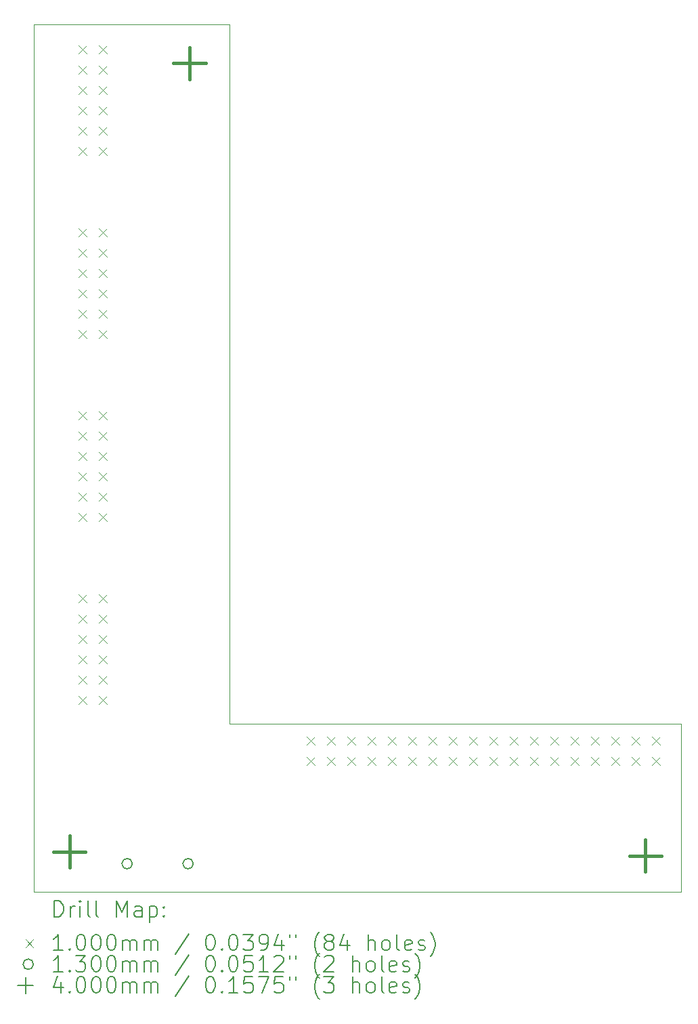
<source format=gbr>
%TF.GenerationSoftware,KiCad,Pcbnew,8.0.3-8.0.3-0~ubuntu20.04.1*%
%TF.CreationDate,2024-07-14T21:24:21+09:00*%
%TF.ProjectId,Gender_A7-100_ArduinoDUE,47656e64-6572-45f4-9137-2d3130305f41,rev?*%
%TF.SameCoordinates,Original*%
%TF.FileFunction,Drillmap*%
%TF.FilePolarity,Positive*%
%FSLAX45Y45*%
G04 Gerber Fmt 4.5, Leading zero omitted, Abs format (unit mm)*
G04 Created by KiCad (PCBNEW 8.0.3-8.0.3-0~ubuntu20.04.1) date 2024-07-14 21:24:21*
%MOMM*%
%LPD*%
G01*
G04 APERTURE LIST*
%ADD10C,0.050000*%
%ADD11C,0.200000*%
%ADD12C,0.100000*%
%ADD13C,0.130000*%
%ADD14C,0.400000*%
G04 APERTURE END LIST*
D10*
X9550000Y-4762500D02*
X9550000Y-15600000D01*
X17650000Y-15600000D02*
X17650000Y-13500000D01*
X12000000Y-13500000D02*
X12001500Y-4762500D01*
X9550000Y-15600000D02*
X17650000Y-15600000D01*
X12001500Y-4762500D02*
X9550000Y-4762500D01*
X17650000Y-13500000D02*
X12000000Y-13500000D01*
D11*
D12*
X10110000Y-5030000D02*
X10210000Y-5130000D01*
X10210000Y-5030000D02*
X10110000Y-5130000D01*
X10110000Y-5284000D02*
X10210000Y-5384000D01*
X10210000Y-5284000D02*
X10110000Y-5384000D01*
X10110000Y-5538000D02*
X10210000Y-5638000D01*
X10210000Y-5538000D02*
X10110000Y-5638000D01*
X10110000Y-5792000D02*
X10210000Y-5892000D01*
X10210000Y-5792000D02*
X10110000Y-5892000D01*
X10110000Y-6046000D02*
X10210000Y-6146000D01*
X10210000Y-6046000D02*
X10110000Y-6146000D01*
X10110000Y-6300000D02*
X10210000Y-6400000D01*
X10210000Y-6300000D02*
X10110000Y-6400000D01*
X10110000Y-7316000D02*
X10210000Y-7416000D01*
X10210000Y-7316000D02*
X10110000Y-7416000D01*
X10110000Y-7570000D02*
X10210000Y-7670000D01*
X10210000Y-7570000D02*
X10110000Y-7670000D01*
X10110000Y-7824000D02*
X10210000Y-7924000D01*
X10210000Y-7824000D02*
X10110000Y-7924000D01*
X10110000Y-8078000D02*
X10210000Y-8178000D01*
X10210000Y-8078000D02*
X10110000Y-8178000D01*
X10110000Y-8332000D02*
X10210000Y-8432000D01*
X10210000Y-8332000D02*
X10110000Y-8432000D01*
X10110000Y-8586000D02*
X10210000Y-8686000D01*
X10210000Y-8586000D02*
X10110000Y-8686000D01*
X10110000Y-9602000D02*
X10210000Y-9702000D01*
X10210000Y-9602000D02*
X10110000Y-9702000D01*
X10110000Y-9856000D02*
X10210000Y-9956000D01*
X10210000Y-9856000D02*
X10110000Y-9956000D01*
X10110000Y-10110000D02*
X10210000Y-10210000D01*
X10210000Y-10110000D02*
X10110000Y-10210000D01*
X10110000Y-10364000D02*
X10210000Y-10464000D01*
X10210000Y-10364000D02*
X10110000Y-10464000D01*
X10110000Y-10618000D02*
X10210000Y-10718000D01*
X10210000Y-10618000D02*
X10110000Y-10718000D01*
X10110000Y-10872000D02*
X10210000Y-10972000D01*
X10210000Y-10872000D02*
X10110000Y-10972000D01*
X10110000Y-11888000D02*
X10210000Y-11988000D01*
X10210000Y-11888000D02*
X10110000Y-11988000D01*
X10110000Y-12142000D02*
X10210000Y-12242000D01*
X10210000Y-12142000D02*
X10110000Y-12242000D01*
X10110000Y-12396000D02*
X10210000Y-12496000D01*
X10210000Y-12396000D02*
X10110000Y-12496000D01*
X10110000Y-12650000D02*
X10210000Y-12750000D01*
X10210000Y-12650000D02*
X10110000Y-12750000D01*
X10110000Y-12904000D02*
X10210000Y-13004000D01*
X10210000Y-12904000D02*
X10110000Y-13004000D01*
X10110000Y-13158000D02*
X10210000Y-13258000D01*
X10210000Y-13158000D02*
X10110000Y-13258000D01*
X10364000Y-5030000D02*
X10464000Y-5130000D01*
X10464000Y-5030000D02*
X10364000Y-5130000D01*
X10364000Y-5284000D02*
X10464000Y-5384000D01*
X10464000Y-5284000D02*
X10364000Y-5384000D01*
X10364000Y-5538000D02*
X10464000Y-5638000D01*
X10464000Y-5538000D02*
X10364000Y-5638000D01*
X10364000Y-5792000D02*
X10464000Y-5892000D01*
X10464000Y-5792000D02*
X10364000Y-5892000D01*
X10364000Y-6046000D02*
X10464000Y-6146000D01*
X10464000Y-6046000D02*
X10364000Y-6146000D01*
X10364000Y-6300000D02*
X10464000Y-6400000D01*
X10464000Y-6300000D02*
X10364000Y-6400000D01*
X10364000Y-7316000D02*
X10464000Y-7416000D01*
X10464000Y-7316000D02*
X10364000Y-7416000D01*
X10364000Y-7570000D02*
X10464000Y-7670000D01*
X10464000Y-7570000D02*
X10364000Y-7670000D01*
X10364000Y-7824000D02*
X10464000Y-7924000D01*
X10464000Y-7824000D02*
X10364000Y-7924000D01*
X10364000Y-8078000D02*
X10464000Y-8178000D01*
X10464000Y-8078000D02*
X10364000Y-8178000D01*
X10364000Y-8332000D02*
X10464000Y-8432000D01*
X10464000Y-8332000D02*
X10364000Y-8432000D01*
X10364000Y-8586000D02*
X10464000Y-8686000D01*
X10464000Y-8586000D02*
X10364000Y-8686000D01*
X10364000Y-9602000D02*
X10464000Y-9702000D01*
X10464000Y-9602000D02*
X10364000Y-9702000D01*
X10364000Y-9856000D02*
X10464000Y-9956000D01*
X10464000Y-9856000D02*
X10364000Y-9956000D01*
X10364000Y-10110000D02*
X10464000Y-10210000D01*
X10464000Y-10110000D02*
X10364000Y-10210000D01*
X10364000Y-10364000D02*
X10464000Y-10464000D01*
X10464000Y-10364000D02*
X10364000Y-10464000D01*
X10364000Y-10618000D02*
X10464000Y-10718000D01*
X10464000Y-10618000D02*
X10364000Y-10718000D01*
X10364000Y-10872000D02*
X10464000Y-10972000D01*
X10464000Y-10872000D02*
X10364000Y-10972000D01*
X10364000Y-11888000D02*
X10464000Y-11988000D01*
X10464000Y-11888000D02*
X10364000Y-11988000D01*
X10364000Y-12142000D02*
X10464000Y-12242000D01*
X10464000Y-12142000D02*
X10364000Y-12242000D01*
X10364000Y-12396000D02*
X10464000Y-12496000D01*
X10464000Y-12396000D02*
X10364000Y-12496000D01*
X10364000Y-12650000D02*
X10464000Y-12750000D01*
X10464000Y-12650000D02*
X10364000Y-12750000D01*
X10364000Y-12904000D02*
X10464000Y-13004000D01*
X10464000Y-12904000D02*
X10364000Y-13004000D01*
X10364000Y-13158000D02*
X10464000Y-13258000D01*
X10464000Y-13158000D02*
X10364000Y-13258000D01*
X12967500Y-13666000D02*
X13067500Y-13766000D01*
X13067500Y-13666000D02*
X12967500Y-13766000D01*
X12967500Y-13920000D02*
X13067500Y-14020000D01*
X13067500Y-13920000D02*
X12967500Y-14020000D01*
X13221500Y-13666000D02*
X13321500Y-13766000D01*
X13321500Y-13666000D02*
X13221500Y-13766000D01*
X13221500Y-13920000D02*
X13321500Y-14020000D01*
X13321500Y-13920000D02*
X13221500Y-14020000D01*
X13475500Y-13666000D02*
X13575500Y-13766000D01*
X13575500Y-13666000D02*
X13475500Y-13766000D01*
X13475500Y-13920000D02*
X13575500Y-14020000D01*
X13575500Y-13920000D02*
X13475500Y-14020000D01*
X13729500Y-13666000D02*
X13829500Y-13766000D01*
X13829500Y-13666000D02*
X13729500Y-13766000D01*
X13729500Y-13920000D02*
X13829500Y-14020000D01*
X13829500Y-13920000D02*
X13729500Y-14020000D01*
X13983500Y-13666000D02*
X14083500Y-13766000D01*
X14083500Y-13666000D02*
X13983500Y-13766000D01*
X13983500Y-13920000D02*
X14083500Y-14020000D01*
X14083500Y-13920000D02*
X13983500Y-14020000D01*
X14237500Y-13666000D02*
X14337500Y-13766000D01*
X14337500Y-13666000D02*
X14237500Y-13766000D01*
X14237500Y-13920000D02*
X14337500Y-14020000D01*
X14337500Y-13920000D02*
X14237500Y-14020000D01*
X14491500Y-13666000D02*
X14591500Y-13766000D01*
X14591500Y-13666000D02*
X14491500Y-13766000D01*
X14491500Y-13920000D02*
X14591500Y-14020000D01*
X14591500Y-13920000D02*
X14491500Y-14020000D01*
X14745500Y-13666000D02*
X14845500Y-13766000D01*
X14845500Y-13666000D02*
X14745500Y-13766000D01*
X14745500Y-13920000D02*
X14845500Y-14020000D01*
X14845500Y-13920000D02*
X14745500Y-14020000D01*
X14999500Y-13666000D02*
X15099500Y-13766000D01*
X15099500Y-13666000D02*
X14999500Y-13766000D01*
X14999500Y-13920000D02*
X15099500Y-14020000D01*
X15099500Y-13920000D02*
X14999500Y-14020000D01*
X15253500Y-13666000D02*
X15353500Y-13766000D01*
X15353500Y-13666000D02*
X15253500Y-13766000D01*
X15253500Y-13920000D02*
X15353500Y-14020000D01*
X15353500Y-13920000D02*
X15253500Y-14020000D01*
X15507500Y-13666000D02*
X15607500Y-13766000D01*
X15607500Y-13666000D02*
X15507500Y-13766000D01*
X15507500Y-13920000D02*
X15607500Y-14020000D01*
X15607500Y-13920000D02*
X15507500Y-14020000D01*
X15761500Y-13666000D02*
X15861500Y-13766000D01*
X15861500Y-13666000D02*
X15761500Y-13766000D01*
X15761500Y-13920000D02*
X15861500Y-14020000D01*
X15861500Y-13920000D02*
X15761500Y-14020000D01*
X16015500Y-13666000D02*
X16115500Y-13766000D01*
X16115500Y-13666000D02*
X16015500Y-13766000D01*
X16015500Y-13920000D02*
X16115500Y-14020000D01*
X16115500Y-13920000D02*
X16015500Y-14020000D01*
X16269500Y-13666000D02*
X16369500Y-13766000D01*
X16369500Y-13666000D02*
X16269500Y-13766000D01*
X16269500Y-13920000D02*
X16369500Y-14020000D01*
X16369500Y-13920000D02*
X16269500Y-14020000D01*
X16523500Y-13666000D02*
X16623500Y-13766000D01*
X16623500Y-13666000D02*
X16523500Y-13766000D01*
X16523500Y-13920000D02*
X16623500Y-14020000D01*
X16623500Y-13920000D02*
X16523500Y-14020000D01*
X16777500Y-13666000D02*
X16877500Y-13766000D01*
X16877500Y-13666000D02*
X16777500Y-13766000D01*
X16777500Y-13920000D02*
X16877500Y-14020000D01*
X16877500Y-13920000D02*
X16777500Y-14020000D01*
X17031500Y-13666000D02*
X17131500Y-13766000D01*
X17131500Y-13666000D02*
X17031500Y-13766000D01*
X17031500Y-13920000D02*
X17131500Y-14020000D01*
X17131500Y-13920000D02*
X17031500Y-14020000D01*
X17285500Y-13666000D02*
X17385500Y-13766000D01*
X17385500Y-13666000D02*
X17285500Y-13766000D01*
X17285500Y-13920000D02*
X17385500Y-14020000D01*
X17385500Y-13920000D02*
X17285500Y-14020000D01*
D13*
X10784000Y-15250000D02*
G75*
G02*
X10654000Y-15250000I-65000J0D01*
G01*
X10654000Y-15250000D02*
G75*
G02*
X10784000Y-15250000I65000J0D01*
G01*
X11546000Y-15250000D02*
G75*
G02*
X11416000Y-15250000I-65000J0D01*
G01*
X11416000Y-15250000D02*
G75*
G02*
X11546000Y-15250000I65000J0D01*
G01*
D14*
X10000000Y-14900000D02*
X10000000Y-15300000D01*
X9800000Y-15100000D02*
X10200000Y-15100000D01*
X11500000Y-5050000D02*
X11500000Y-5450000D01*
X11300000Y-5250000D02*
X11700000Y-5250000D01*
X17200000Y-14950000D02*
X17200000Y-15350000D01*
X17000000Y-15150000D02*
X17400000Y-15150000D01*
D11*
X9808277Y-15913984D02*
X9808277Y-15713984D01*
X9808277Y-15713984D02*
X9855896Y-15713984D01*
X9855896Y-15713984D02*
X9884467Y-15723508D01*
X9884467Y-15723508D02*
X9903515Y-15742555D01*
X9903515Y-15742555D02*
X9913039Y-15761603D01*
X9913039Y-15761603D02*
X9922563Y-15799698D01*
X9922563Y-15799698D02*
X9922563Y-15828269D01*
X9922563Y-15828269D02*
X9913039Y-15866365D01*
X9913039Y-15866365D02*
X9903515Y-15885412D01*
X9903515Y-15885412D02*
X9884467Y-15904460D01*
X9884467Y-15904460D02*
X9855896Y-15913984D01*
X9855896Y-15913984D02*
X9808277Y-15913984D01*
X10008277Y-15913984D02*
X10008277Y-15780650D01*
X10008277Y-15818746D02*
X10017801Y-15799698D01*
X10017801Y-15799698D02*
X10027324Y-15790174D01*
X10027324Y-15790174D02*
X10046372Y-15780650D01*
X10046372Y-15780650D02*
X10065420Y-15780650D01*
X10132086Y-15913984D02*
X10132086Y-15780650D01*
X10132086Y-15713984D02*
X10122563Y-15723508D01*
X10122563Y-15723508D02*
X10132086Y-15733031D01*
X10132086Y-15733031D02*
X10141610Y-15723508D01*
X10141610Y-15723508D02*
X10132086Y-15713984D01*
X10132086Y-15713984D02*
X10132086Y-15733031D01*
X10255896Y-15913984D02*
X10236848Y-15904460D01*
X10236848Y-15904460D02*
X10227324Y-15885412D01*
X10227324Y-15885412D02*
X10227324Y-15713984D01*
X10360658Y-15913984D02*
X10341610Y-15904460D01*
X10341610Y-15904460D02*
X10332086Y-15885412D01*
X10332086Y-15885412D02*
X10332086Y-15713984D01*
X10589229Y-15913984D02*
X10589229Y-15713984D01*
X10589229Y-15713984D02*
X10655896Y-15856841D01*
X10655896Y-15856841D02*
X10722563Y-15713984D01*
X10722563Y-15713984D02*
X10722563Y-15913984D01*
X10903515Y-15913984D02*
X10903515Y-15809222D01*
X10903515Y-15809222D02*
X10893991Y-15790174D01*
X10893991Y-15790174D02*
X10874944Y-15780650D01*
X10874944Y-15780650D02*
X10836848Y-15780650D01*
X10836848Y-15780650D02*
X10817801Y-15790174D01*
X10903515Y-15904460D02*
X10884467Y-15913984D01*
X10884467Y-15913984D02*
X10836848Y-15913984D01*
X10836848Y-15913984D02*
X10817801Y-15904460D01*
X10817801Y-15904460D02*
X10808277Y-15885412D01*
X10808277Y-15885412D02*
X10808277Y-15866365D01*
X10808277Y-15866365D02*
X10817801Y-15847317D01*
X10817801Y-15847317D02*
X10836848Y-15837793D01*
X10836848Y-15837793D02*
X10884467Y-15837793D01*
X10884467Y-15837793D02*
X10903515Y-15828269D01*
X10998753Y-15780650D02*
X10998753Y-15980650D01*
X10998753Y-15790174D02*
X11017801Y-15780650D01*
X11017801Y-15780650D02*
X11055896Y-15780650D01*
X11055896Y-15780650D02*
X11074944Y-15790174D01*
X11074944Y-15790174D02*
X11084467Y-15799698D01*
X11084467Y-15799698D02*
X11093991Y-15818746D01*
X11093991Y-15818746D02*
X11093991Y-15875888D01*
X11093991Y-15875888D02*
X11084467Y-15894936D01*
X11084467Y-15894936D02*
X11074944Y-15904460D01*
X11074944Y-15904460D02*
X11055896Y-15913984D01*
X11055896Y-15913984D02*
X11017801Y-15913984D01*
X11017801Y-15913984D02*
X10998753Y-15904460D01*
X11179705Y-15894936D02*
X11189229Y-15904460D01*
X11189229Y-15904460D02*
X11179705Y-15913984D01*
X11179705Y-15913984D02*
X11170182Y-15904460D01*
X11170182Y-15904460D02*
X11179705Y-15894936D01*
X11179705Y-15894936D02*
X11179705Y-15913984D01*
X11179705Y-15790174D02*
X11189229Y-15799698D01*
X11189229Y-15799698D02*
X11179705Y-15809222D01*
X11179705Y-15809222D02*
X11170182Y-15799698D01*
X11170182Y-15799698D02*
X11179705Y-15790174D01*
X11179705Y-15790174D02*
X11179705Y-15809222D01*
D12*
X9447500Y-16192500D02*
X9547500Y-16292500D01*
X9547500Y-16192500D02*
X9447500Y-16292500D01*
D11*
X9913039Y-16333984D02*
X9798753Y-16333984D01*
X9855896Y-16333984D02*
X9855896Y-16133984D01*
X9855896Y-16133984D02*
X9836848Y-16162555D01*
X9836848Y-16162555D02*
X9817801Y-16181603D01*
X9817801Y-16181603D02*
X9798753Y-16191127D01*
X9998753Y-16314936D02*
X10008277Y-16324460D01*
X10008277Y-16324460D02*
X9998753Y-16333984D01*
X9998753Y-16333984D02*
X9989229Y-16324460D01*
X9989229Y-16324460D02*
X9998753Y-16314936D01*
X9998753Y-16314936D02*
X9998753Y-16333984D01*
X10132086Y-16133984D02*
X10151134Y-16133984D01*
X10151134Y-16133984D02*
X10170182Y-16143508D01*
X10170182Y-16143508D02*
X10179705Y-16153031D01*
X10179705Y-16153031D02*
X10189229Y-16172079D01*
X10189229Y-16172079D02*
X10198753Y-16210174D01*
X10198753Y-16210174D02*
X10198753Y-16257793D01*
X10198753Y-16257793D02*
X10189229Y-16295888D01*
X10189229Y-16295888D02*
X10179705Y-16314936D01*
X10179705Y-16314936D02*
X10170182Y-16324460D01*
X10170182Y-16324460D02*
X10151134Y-16333984D01*
X10151134Y-16333984D02*
X10132086Y-16333984D01*
X10132086Y-16333984D02*
X10113039Y-16324460D01*
X10113039Y-16324460D02*
X10103515Y-16314936D01*
X10103515Y-16314936D02*
X10093991Y-16295888D01*
X10093991Y-16295888D02*
X10084467Y-16257793D01*
X10084467Y-16257793D02*
X10084467Y-16210174D01*
X10084467Y-16210174D02*
X10093991Y-16172079D01*
X10093991Y-16172079D02*
X10103515Y-16153031D01*
X10103515Y-16153031D02*
X10113039Y-16143508D01*
X10113039Y-16143508D02*
X10132086Y-16133984D01*
X10322563Y-16133984D02*
X10341610Y-16133984D01*
X10341610Y-16133984D02*
X10360658Y-16143508D01*
X10360658Y-16143508D02*
X10370182Y-16153031D01*
X10370182Y-16153031D02*
X10379705Y-16172079D01*
X10379705Y-16172079D02*
X10389229Y-16210174D01*
X10389229Y-16210174D02*
X10389229Y-16257793D01*
X10389229Y-16257793D02*
X10379705Y-16295888D01*
X10379705Y-16295888D02*
X10370182Y-16314936D01*
X10370182Y-16314936D02*
X10360658Y-16324460D01*
X10360658Y-16324460D02*
X10341610Y-16333984D01*
X10341610Y-16333984D02*
X10322563Y-16333984D01*
X10322563Y-16333984D02*
X10303515Y-16324460D01*
X10303515Y-16324460D02*
X10293991Y-16314936D01*
X10293991Y-16314936D02*
X10284467Y-16295888D01*
X10284467Y-16295888D02*
X10274944Y-16257793D01*
X10274944Y-16257793D02*
X10274944Y-16210174D01*
X10274944Y-16210174D02*
X10284467Y-16172079D01*
X10284467Y-16172079D02*
X10293991Y-16153031D01*
X10293991Y-16153031D02*
X10303515Y-16143508D01*
X10303515Y-16143508D02*
X10322563Y-16133984D01*
X10513039Y-16133984D02*
X10532086Y-16133984D01*
X10532086Y-16133984D02*
X10551134Y-16143508D01*
X10551134Y-16143508D02*
X10560658Y-16153031D01*
X10560658Y-16153031D02*
X10570182Y-16172079D01*
X10570182Y-16172079D02*
X10579705Y-16210174D01*
X10579705Y-16210174D02*
X10579705Y-16257793D01*
X10579705Y-16257793D02*
X10570182Y-16295888D01*
X10570182Y-16295888D02*
X10560658Y-16314936D01*
X10560658Y-16314936D02*
X10551134Y-16324460D01*
X10551134Y-16324460D02*
X10532086Y-16333984D01*
X10532086Y-16333984D02*
X10513039Y-16333984D01*
X10513039Y-16333984D02*
X10493991Y-16324460D01*
X10493991Y-16324460D02*
X10484467Y-16314936D01*
X10484467Y-16314936D02*
X10474944Y-16295888D01*
X10474944Y-16295888D02*
X10465420Y-16257793D01*
X10465420Y-16257793D02*
X10465420Y-16210174D01*
X10465420Y-16210174D02*
X10474944Y-16172079D01*
X10474944Y-16172079D02*
X10484467Y-16153031D01*
X10484467Y-16153031D02*
X10493991Y-16143508D01*
X10493991Y-16143508D02*
X10513039Y-16133984D01*
X10665420Y-16333984D02*
X10665420Y-16200650D01*
X10665420Y-16219698D02*
X10674944Y-16210174D01*
X10674944Y-16210174D02*
X10693991Y-16200650D01*
X10693991Y-16200650D02*
X10722563Y-16200650D01*
X10722563Y-16200650D02*
X10741610Y-16210174D01*
X10741610Y-16210174D02*
X10751134Y-16229222D01*
X10751134Y-16229222D02*
X10751134Y-16333984D01*
X10751134Y-16229222D02*
X10760658Y-16210174D01*
X10760658Y-16210174D02*
X10779705Y-16200650D01*
X10779705Y-16200650D02*
X10808277Y-16200650D01*
X10808277Y-16200650D02*
X10827325Y-16210174D01*
X10827325Y-16210174D02*
X10836848Y-16229222D01*
X10836848Y-16229222D02*
X10836848Y-16333984D01*
X10932086Y-16333984D02*
X10932086Y-16200650D01*
X10932086Y-16219698D02*
X10941610Y-16210174D01*
X10941610Y-16210174D02*
X10960658Y-16200650D01*
X10960658Y-16200650D02*
X10989229Y-16200650D01*
X10989229Y-16200650D02*
X11008277Y-16210174D01*
X11008277Y-16210174D02*
X11017801Y-16229222D01*
X11017801Y-16229222D02*
X11017801Y-16333984D01*
X11017801Y-16229222D02*
X11027325Y-16210174D01*
X11027325Y-16210174D02*
X11046372Y-16200650D01*
X11046372Y-16200650D02*
X11074944Y-16200650D01*
X11074944Y-16200650D02*
X11093991Y-16210174D01*
X11093991Y-16210174D02*
X11103515Y-16229222D01*
X11103515Y-16229222D02*
X11103515Y-16333984D01*
X11493991Y-16124460D02*
X11322563Y-16381603D01*
X11751134Y-16133984D02*
X11770182Y-16133984D01*
X11770182Y-16133984D02*
X11789229Y-16143508D01*
X11789229Y-16143508D02*
X11798753Y-16153031D01*
X11798753Y-16153031D02*
X11808277Y-16172079D01*
X11808277Y-16172079D02*
X11817801Y-16210174D01*
X11817801Y-16210174D02*
X11817801Y-16257793D01*
X11817801Y-16257793D02*
X11808277Y-16295888D01*
X11808277Y-16295888D02*
X11798753Y-16314936D01*
X11798753Y-16314936D02*
X11789229Y-16324460D01*
X11789229Y-16324460D02*
X11770182Y-16333984D01*
X11770182Y-16333984D02*
X11751134Y-16333984D01*
X11751134Y-16333984D02*
X11732086Y-16324460D01*
X11732086Y-16324460D02*
X11722563Y-16314936D01*
X11722563Y-16314936D02*
X11713039Y-16295888D01*
X11713039Y-16295888D02*
X11703515Y-16257793D01*
X11703515Y-16257793D02*
X11703515Y-16210174D01*
X11703515Y-16210174D02*
X11713039Y-16172079D01*
X11713039Y-16172079D02*
X11722563Y-16153031D01*
X11722563Y-16153031D02*
X11732086Y-16143508D01*
X11732086Y-16143508D02*
X11751134Y-16133984D01*
X11903515Y-16314936D02*
X11913039Y-16324460D01*
X11913039Y-16324460D02*
X11903515Y-16333984D01*
X11903515Y-16333984D02*
X11893991Y-16324460D01*
X11893991Y-16324460D02*
X11903515Y-16314936D01*
X11903515Y-16314936D02*
X11903515Y-16333984D01*
X12036848Y-16133984D02*
X12055896Y-16133984D01*
X12055896Y-16133984D02*
X12074944Y-16143508D01*
X12074944Y-16143508D02*
X12084467Y-16153031D01*
X12084467Y-16153031D02*
X12093991Y-16172079D01*
X12093991Y-16172079D02*
X12103515Y-16210174D01*
X12103515Y-16210174D02*
X12103515Y-16257793D01*
X12103515Y-16257793D02*
X12093991Y-16295888D01*
X12093991Y-16295888D02*
X12084467Y-16314936D01*
X12084467Y-16314936D02*
X12074944Y-16324460D01*
X12074944Y-16324460D02*
X12055896Y-16333984D01*
X12055896Y-16333984D02*
X12036848Y-16333984D01*
X12036848Y-16333984D02*
X12017801Y-16324460D01*
X12017801Y-16324460D02*
X12008277Y-16314936D01*
X12008277Y-16314936D02*
X11998753Y-16295888D01*
X11998753Y-16295888D02*
X11989229Y-16257793D01*
X11989229Y-16257793D02*
X11989229Y-16210174D01*
X11989229Y-16210174D02*
X11998753Y-16172079D01*
X11998753Y-16172079D02*
X12008277Y-16153031D01*
X12008277Y-16153031D02*
X12017801Y-16143508D01*
X12017801Y-16143508D02*
X12036848Y-16133984D01*
X12170182Y-16133984D02*
X12293991Y-16133984D01*
X12293991Y-16133984D02*
X12227325Y-16210174D01*
X12227325Y-16210174D02*
X12255896Y-16210174D01*
X12255896Y-16210174D02*
X12274944Y-16219698D01*
X12274944Y-16219698D02*
X12284467Y-16229222D01*
X12284467Y-16229222D02*
X12293991Y-16248269D01*
X12293991Y-16248269D02*
X12293991Y-16295888D01*
X12293991Y-16295888D02*
X12284467Y-16314936D01*
X12284467Y-16314936D02*
X12274944Y-16324460D01*
X12274944Y-16324460D02*
X12255896Y-16333984D01*
X12255896Y-16333984D02*
X12198753Y-16333984D01*
X12198753Y-16333984D02*
X12179706Y-16324460D01*
X12179706Y-16324460D02*
X12170182Y-16314936D01*
X12389229Y-16333984D02*
X12427325Y-16333984D01*
X12427325Y-16333984D02*
X12446372Y-16324460D01*
X12446372Y-16324460D02*
X12455896Y-16314936D01*
X12455896Y-16314936D02*
X12474944Y-16286365D01*
X12474944Y-16286365D02*
X12484467Y-16248269D01*
X12484467Y-16248269D02*
X12484467Y-16172079D01*
X12484467Y-16172079D02*
X12474944Y-16153031D01*
X12474944Y-16153031D02*
X12465420Y-16143508D01*
X12465420Y-16143508D02*
X12446372Y-16133984D01*
X12446372Y-16133984D02*
X12408277Y-16133984D01*
X12408277Y-16133984D02*
X12389229Y-16143508D01*
X12389229Y-16143508D02*
X12379706Y-16153031D01*
X12379706Y-16153031D02*
X12370182Y-16172079D01*
X12370182Y-16172079D02*
X12370182Y-16219698D01*
X12370182Y-16219698D02*
X12379706Y-16238746D01*
X12379706Y-16238746D02*
X12389229Y-16248269D01*
X12389229Y-16248269D02*
X12408277Y-16257793D01*
X12408277Y-16257793D02*
X12446372Y-16257793D01*
X12446372Y-16257793D02*
X12465420Y-16248269D01*
X12465420Y-16248269D02*
X12474944Y-16238746D01*
X12474944Y-16238746D02*
X12484467Y-16219698D01*
X12655896Y-16200650D02*
X12655896Y-16333984D01*
X12608277Y-16124460D02*
X12560658Y-16267317D01*
X12560658Y-16267317D02*
X12684467Y-16267317D01*
X12751134Y-16133984D02*
X12751134Y-16172079D01*
X12827325Y-16133984D02*
X12827325Y-16172079D01*
X13122563Y-16410174D02*
X13113039Y-16400650D01*
X13113039Y-16400650D02*
X13093991Y-16372079D01*
X13093991Y-16372079D02*
X13084468Y-16353031D01*
X13084468Y-16353031D02*
X13074944Y-16324460D01*
X13074944Y-16324460D02*
X13065420Y-16276841D01*
X13065420Y-16276841D02*
X13065420Y-16238746D01*
X13065420Y-16238746D02*
X13074944Y-16191127D01*
X13074944Y-16191127D02*
X13084468Y-16162555D01*
X13084468Y-16162555D02*
X13093991Y-16143508D01*
X13093991Y-16143508D02*
X13113039Y-16114936D01*
X13113039Y-16114936D02*
X13122563Y-16105412D01*
X13227325Y-16219698D02*
X13208277Y-16210174D01*
X13208277Y-16210174D02*
X13198753Y-16200650D01*
X13198753Y-16200650D02*
X13189229Y-16181603D01*
X13189229Y-16181603D02*
X13189229Y-16172079D01*
X13189229Y-16172079D02*
X13198753Y-16153031D01*
X13198753Y-16153031D02*
X13208277Y-16143508D01*
X13208277Y-16143508D02*
X13227325Y-16133984D01*
X13227325Y-16133984D02*
X13265420Y-16133984D01*
X13265420Y-16133984D02*
X13284468Y-16143508D01*
X13284468Y-16143508D02*
X13293991Y-16153031D01*
X13293991Y-16153031D02*
X13303515Y-16172079D01*
X13303515Y-16172079D02*
X13303515Y-16181603D01*
X13303515Y-16181603D02*
X13293991Y-16200650D01*
X13293991Y-16200650D02*
X13284468Y-16210174D01*
X13284468Y-16210174D02*
X13265420Y-16219698D01*
X13265420Y-16219698D02*
X13227325Y-16219698D01*
X13227325Y-16219698D02*
X13208277Y-16229222D01*
X13208277Y-16229222D02*
X13198753Y-16238746D01*
X13198753Y-16238746D02*
X13189229Y-16257793D01*
X13189229Y-16257793D02*
X13189229Y-16295888D01*
X13189229Y-16295888D02*
X13198753Y-16314936D01*
X13198753Y-16314936D02*
X13208277Y-16324460D01*
X13208277Y-16324460D02*
X13227325Y-16333984D01*
X13227325Y-16333984D02*
X13265420Y-16333984D01*
X13265420Y-16333984D02*
X13284468Y-16324460D01*
X13284468Y-16324460D02*
X13293991Y-16314936D01*
X13293991Y-16314936D02*
X13303515Y-16295888D01*
X13303515Y-16295888D02*
X13303515Y-16257793D01*
X13303515Y-16257793D02*
X13293991Y-16238746D01*
X13293991Y-16238746D02*
X13284468Y-16229222D01*
X13284468Y-16229222D02*
X13265420Y-16219698D01*
X13474944Y-16200650D02*
X13474944Y-16333984D01*
X13427325Y-16124460D02*
X13379706Y-16267317D01*
X13379706Y-16267317D02*
X13503515Y-16267317D01*
X13732087Y-16333984D02*
X13732087Y-16133984D01*
X13817801Y-16333984D02*
X13817801Y-16229222D01*
X13817801Y-16229222D02*
X13808277Y-16210174D01*
X13808277Y-16210174D02*
X13789230Y-16200650D01*
X13789230Y-16200650D02*
X13760658Y-16200650D01*
X13760658Y-16200650D02*
X13741610Y-16210174D01*
X13741610Y-16210174D02*
X13732087Y-16219698D01*
X13941610Y-16333984D02*
X13922563Y-16324460D01*
X13922563Y-16324460D02*
X13913039Y-16314936D01*
X13913039Y-16314936D02*
X13903515Y-16295888D01*
X13903515Y-16295888D02*
X13903515Y-16238746D01*
X13903515Y-16238746D02*
X13913039Y-16219698D01*
X13913039Y-16219698D02*
X13922563Y-16210174D01*
X13922563Y-16210174D02*
X13941610Y-16200650D01*
X13941610Y-16200650D02*
X13970182Y-16200650D01*
X13970182Y-16200650D02*
X13989230Y-16210174D01*
X13989230Y-16210174D02*
X13998753Y-16219698D01*
X13998753Y-16219698D02*
X14008277Y-16238746D01*
X14008277Y-16238746D02*
X14008277Y-16295888D01*
X14008277Y-16295888D02*
X13998753Y-16314936D01*
X13998753Y-16314936D02*
X13989230Y-16324460D01*
X13989230Y-16324460D02*
X13970182Y-16333984D01*
X13970182Y-16333984D02*
X13941610Y-16333984D01*
X14122563Y-16333984D02*
X14103515Y-16324460D01*
X14103515Y-16324460D02*
X14093991Y-16305412D01*
X14093991Y-16305412D02*
X14093991Y-16133984D01*
X14274944Y-16324460D02*
X14255896Y-16333984D01*
X14255896Y-16333984D02*
X14217801Y-16333984D01*
X14217801Y-16333984D02*
X14198753Y-16324460D01*
X14198753Y-16324460D02*
X14189230Y-16305412D01*
X14189230Y-16305412D02*
X14189230Y-16229222D01*
X14189230Y-16229222D02*
X14198753Y-16210174D01*
X14198753Y-16210174D02*
X14217801Y-16200650D01*
X14217801Y-16200650D02*
X14255896Y-16200650D01*
X14255896Y-16200650D02*
X14274944Y-16210174D01*
X14274944Y-16210174D02*
X14284468Y-16229222D01*
X14284468Y-16229222D02*
X14284468Y-16248269D01*
X14284468Y-16248269D02*
X14189230Y-16267317D01*
X14360658Y-16324460D02*
X14379706Y-16333984D01*
X14379706Y-16333984D02*
X14417801Y-16333984D01*
X14417801Y-16333984D02*
X14436849Y-16324460D01*
X14436849Y-16324460D02*
X14446372Y-16305412D01*
X14446372Y-16305412D02*
X14446372Y-16295888D01*
X14446372Y-16295888D02*
X14436849Y-16276841D01*
X14436849Y-16276841D02*
X14417801Y-16267317D01*
X14417801Y-16267317D02*
X14389230Y-16267317D01*
X14389230Y-16267317D02*
X14370182Y-16257793D01*
X14370182Y-16257793D02*
X14360658Y-16238746D01*
X14360658Y-16238746D02*
X14360658Y-16229222D01*
X14360658Y-16229222D02*
X14370182Y-16210174D01*
X14370182Y-16210174D02*
X14389230Y-16200650D01*
X14389230Y-16200650D02*
X14417801Y-16200650D01*
X14417801Y-16200650D02*
X14436849Y-16210174D01*
X14513039Y-16410174D02*
X14522563Y-16400650D01*
X14522563Y-16400650D02*
X14541611Y-16372079D01*
X14541611Y-16372079D02*
X14551134Y-16353031D01*
X14551134Y-16353031D02*
X14560658Y-16324460D01*
X14560658Y-16324460D02*
X14570182Y-16276841D01*
X14570182Y-16276841D02*
X14570182Y-16238746D01*
X14570182Y-16238746D02*
X14560658Y-16191127D01*
X14560658Y-16191127D02*
X14551134Y-16162555D01*
X14551134Y-16162555D02*
X14541611Y-16143508D01*
X14541611Y-16143508D02*
X14522563Y-16114936D01*
X14522563Y-16114936D02*
X14513039Y-16105412D01*
D13*
X9547500Y-16506500D02*
G75*
G02*
X9417500Y-16506500I-65000J0D01*
G01*
X9417500Y-16506500D02*
G75*
G02*
X9547500Y-16506500I65000J0D01*
G01*
D11*
X9913039Y-16597984D02*
X9798753Y-16597984D01*
X9855896Y-16597984D02*
X9855896Y-16397984D01*
X9855896Y-16397984D02*
X9836848Y-16426555D01*
X9836848Y-16426555D02*
X9817801Y-16445603D01*
X9817801Y-16445603D02*
X9798753Y-16455127D01*
X9998753Y-16578936D02*
X10008277Y-16588460D01*
X10008277Y-16588460D02*
X9998753Y-16597984D01*
X9998753Y-16597984D02*
X9989229Y-16588460D01*
X9989229Y-16588460D02*
X9998753Y-16578936D01*
X9998753Y-16578936D02*
X9998753Y-16597984D01*
X10074944Y-16397984D02*
X10198753Y-16397984D01*
X10198753Y-16397984D02*
X10132086Y-16474174D01*
X10132086Y-16474174D02*
X10160658Y-16474174D01*
X10160658Y-16474174D02*
X10179705Y-16483698D01*
X10179705Y-16483698D02*
X10189229Y-16493222D01*
X10189229Y-16493222D02*
X10198753Y-16512269D01*
X10198753Y-16512269D02*
X10198753Y-16559888D01*
X10198753Y-16559888D02*
X10189229Y-16578936D01*
X10189229Y-16578936D02*
X10179705Y-16588460D01*
X10179705Y-16588460D02*
X10160658Y-16597984D01*
X10160658Y-16597984D02*
X10103515Y-16597984D01*
X10103515Y-16597984D02*
X10084467Y-16588460D01*
X10084467Y-16588460D02*
X10074944Y-16578936D01*
X10322563Y-16397984D02*
X10341610Y-16397984D01*
X10341610Y-16397984D02*
X10360658Y-16407508D01*
X10360658Y-16407508D02*
X10370182Y-16417031D01*
X10370182Y-16417031D02*
X10379705Y-16436079D01*
X10379705Y-16436079D02*
X10389229Y-16474174D01*
X10389229Y-16474174D02*
X10389229Y-16521793D01*
X10389229Y-16521793D02*
X10379705Y-16559888D01*
X10379705Y-16559888D02*
X10370182Y-16578936D01*
X10370182Y-16578936D02*
X10360658Y-16588460D01*
X10360658Y-16588460D02*
X10341610Y-16597984D01*
X10341610Y-16597984D02*
X10322563Y-16597984D01*
X10322563Y-16597984D02*
X10303515Y-16588460D01*
X10303515Y-16588460D02*
X10293991Y-16578936D01*
X10293991Y-16578936D02*
X10284467Y-16559888D01*
X10284467Y-16559888D02*
X10274944Y-16521793D01*
X10274944Y-16521793D02*
X10274944Y-16474174D01*
X10274944Y-16474174D02*
X10284467Y-16436079D01*
X10284467Y-16436079D02*
X10293991Y-16417031D01*
X10293991Y-16417031D02*
X10303515Y-16407508D01*
X10303515Y-16407508D02*
X10322563Y-16397984D01*
X10513039Y-16397984D02*
X10532086Y-16397984D01*
X10532086Y-16397984D02*
X10551134Y-16407508D01*
X10551134Y-16407508D02*
X10560658Y-16417031D01*
X10560658Y-16417031D02*
X10570182Y-16436079D01*
X10570182Y-16436079D02*
X10579705Y-16474174D01*
X10579705Y-16474174D02*
X10579705Y-16521793D01*
X10579705Y-16521793D02*
X10570182Y-16559888D01*
X10570182Y-16559888D02*
X10560658Y-16578936D01*
X10560658Y-16578936D02*
X10551134Y-16588460D01*
X10551134Y-16588460D02*
X10532086Y-16597984D01*
X10532086Y-16597984D02*
X10513039Y-16597984D01*
X10513039Y-16597984D02*
X10493991Y-16588460D01*
X10493991Y-16588460D02*
X10484467Y-16578936D01*
X10484467Y-16578936D02*
X10474944Y-16559888D01*
X10474944Y-16559888D02*
X10465420Y-16521793D01*
X10465420Y-16521793D02*
X10465420Y-16474174D01*
X10465420Y-16474174D02*
X10474944Y-16436079D01*
X10474944Y-16436079D02*
X10484467Y-16417031D01*
X10484467Y-16417031D02*
X10493991Y-16407508D01*
X10493991Y-16407508D02*
X10513039Y-16397984D01*
X10665420Y-16597984D02*
X10665420Y-16464650D01*
X10665420Y-16483698D02*
X10674944Y-16474174D01*
X10674944Y-16474174D02*
X10693991Y-16464650D01*
X10693991Y-16464650D02*
X10722563Y-16464650D01*
X10722563Y-16464650D02*
X10741610Y-16474174D01*
X10741610Y-16474174D02*
X10751134Y-16493222D01*
X10751134Y-16493222D02*
X10751134Y-16597984D01*
X10751134Y-16493222D02*
X10760658Y-16474174D01*
X10760658Y-16474174D02*
X10779705Y-16464650D01*
X10779705Y-16464650D02*
X10808277Y-16464650D01*
X10808277Y-16464650D02*
X10827325Y-16474174D01*
X10827325Y-16474174D02*
X10836848Y-16493222D01*
X10836848Y-16493222D02*
X10836848Y-16597984D01*
X10932086Y-16597984D02*
X10932086Y-16464650D01*
X10932086Y-16483698D02*
X10941610Y-16474174D01*
X10941610Y-16474174D02*
X10960658Y-16464650D01*
X10960658Y-16464650D02*
X10989229Y-16464650D01*
X10989229Y-16464650D02*
X11008277Y-16474174D01*
X11008277Y-16474174D02*
X11017801Y-16493222D01*
X11017801Y-16493222D02*
X11017801Y-16597984D01*
X11017801Y-16493222D02*
X11027325Y-16474174D01*
X11027325Y-16474174D02*
X11046372Y-16464650D01*
X11046372Y-16464650D02*
X11074944Y-16464650D01*
X11074944Y-16464650D02*
X11093991Y-16474174D01*
X11093991Y-16474174D02*
X11103515Y-16493222D01*
X11103515Y-16493222D02*
X11103515Y-16597984D01*
X11493991Y-16388460D02*
X11322563Y-16645603D01*
X11751134Y-16397984D02*
X11770182Y-16397984D01*
X11770182Y-16397984D02*
X11789229Y-16407508D01*
X11789229Y-16407508D02*
X11798753Y-16417031D01*
X11798753Y-16417031D02*
X11808277Y-16436079D01*
X11808277Y-16436079D02*
X11817801Y-16474174D01*
X11817801Y-16474174D02*
X11817801Y-16521793D01*
X11817801Y-16521793D02*
X11808277Y-16559888D01*
X11808277Y-16559888D02*
X11798753Y-16578936D01*
X11798753Y-16578936D02*
X11789229Y-16588460D01*
X11789229Y-16588460D02*
X11770182Y-16597984D01*
X11770182Y-16597984D02*
X11751134Y-16597984D01*
X11751134Y-16597984D02*
X11732086Y-16588460D01*
X11732086Y-16588460D02*
X11722563Y-16578936D01*
X11722563Y-16578936D02*
X11713039Y-16559888D01*
X11713039Y-16559888D02*
X11703515Y-16521793D01*
X11703515Y-16521793D02*
X11703515Y-16474174D01*
X11703515Y-16474174D02*
X11713039Y-16436079D01*
X11713039Y-16436079D02*
X11722563Y-16417031D01*
X11722563Y-16417031D02*
X11732086Y-16407508D01*
X11732086Y-16407508D02*
X11751134Y-16397984D01*
X11903515Y-16578936D02*
X11913039Y-16588460D01*
X11913039Y-16588460D02*
X11903515Y-16597984D01*
X11903515Y-16597984D02*
X11893991Y-16588460D01*
X11893991Y-16588460D02*
X11903515Y-16578936D01*
X11903515Y-16578936D02*
X11903515Y-16597984D01*
X12036848Y-16397984D02*
X12055896Y-16397984D01*
X12055896Y-16397984D02*
X12074944Y-16407508D01*
X12074944Y-16407508D02*
X12084467Y-16417031D01*
X12084467Y-16417031D02*
X12093991Y-16436079D01*
X12093991Y-16436079D02*
X12103515Y-16474174D01*
X12103515Y-16474174D02*
X12103515Y-16521793D01*
X12103515Y-16521793D02*
X12093991Y-16559888D01*
X12093991Y-16559888D02*
X12084467Y-16578936D01*
X12084467Y-16578936D02*
X12074944Y-16588460D01*
X12074944Y-16588460D02*
X12055896Y-16597984D01*
X12055896Y-16597984D02*
X12036848Y-16597984D01*
X12036848Y-16597984D02*
X12017801Y-16588460D01*
X12017801Y-16588460D02*
X12008277Y-16578936D01*
X12008277Y-16578936D02*
X11998753Y-16559888D01*
X11998753Y-16559888D02*
X11989229Y-16521793D01*
X11989229Y-16521793D02*
X11989229Y-16474174D01*
X11989229Y-16474174D02*
X11998753Y-16436079D01*
X11998753Y-16436079D02*
X12008277Y-16417031D01*
X12008277Y-16417031D02*
X12017801Y-16407508D01*
X12017801Y-16407508D02*
X12036848Y-16397984D01*
X12284467Y-16397984D02*
X12189229Y-16397984D01*
X12189229Y-16397984D02*
X12179706Y-16493222D01*
X12179706Y-16493222D02*
X12189229Y-16483698D01*
X12189229Y-16483698D02*
X12208277Y-16474174D01*
X12208277Y-16474174D02*
X12255896Y-16474174D01*
X12255896Y-16474174D02*
X12274944Y-16483698D01*
X12274944Y-16483698D02*
X12284467Y-16493222D01*
X12284467Y-16493222D02*
X12293991Y-16512269D01*
X12293991Y-16512269D02*
X12293991Y-16559888D01*
X12293991Y-16559888D02*
X12284467Y-16578936D01*
X12284467Y-16578936D02*
X12274944Y-16588460D01*
X12274944Y-16588460D02*
X12255896Y-16597984D01*
X12255896Y-16597984D02*
X12208277Y-16597984D01*
X12208277Y-16597984D02*
X12189229Y-16588460D01*
X12189229Y-16588460D02*
X12179706Y-16578936D01*
X12484467Y-16597984D02*
X12370182Y-16597984D01*
X12427325Y-16597984D02*
X12427325Y-16397984D01*
X12427325Y-16397984D02*
X12408277Y-16426555D01*
X12408277Y-16426555D02*
X12389229Y-16445603D01*
X12389229Y-16445603D02*
X12370182Y-16455127D01*
X12560658Y-16417031D02*
X12570182Y-16407508D01*
X12570182Y-16407508D02*
X12589229Y-16397984D01*
X12589229Y-16397984D02*
X12636848Y-16397984D01*
X12636848Y-16397984D02*
X12655896Y-16407508D01*
X12655896Y-16407508D02*
X12665420Y-16417031D01*
X12665420Y-16417031D02*
X12674944Y-16436079D01*
X12674944Y-16436079D02*
X12674944Y-16455127D01*
X12674944Y-16455127D02*
X12665420Y-16483698D01*
X12665420Y-16483698D02*
X12551134Y-16597984D01*
X12551134Y-16597984D02*
X12674944Y-16597984D01*
X12751134Y-16397984D02*
X12751134Y-16436079D01*
X12827325Y-16397984D02*
X12827325Y-16436079D01*
X13122563Y-16674174D02*
X13113039Y-16664650D01*
X13113039Y-16664650D02*
X13093991Y-16636079D01*
X13093991Y-16636079D02*
X13084468Y-16617031D01*
X13084468Y-16617031D02*
X13074944Y-16588460D01*
X13074944Y-16588460D02*
X13065420Y-16540841D01*
X13065420Y-16540841D02*
X13065420Y-16502746D01*
X13065420Y-16502746D02*
X13074944Y-16455127D01*
X13074944Y-16455127D02*
X13084468Y-16426555D01*
X13084468Y-16426555D02*
X13093991Y-16407508D01*
X13093991Y-16407508D02*
X13113039Y-16378936D01*
X13113039Y-16378936D02*
X13122563Y-16369412D01*
X13189229Y-16417031D02*
X13198753Y-16407508D01*
X13198753Y-16407508D02*
X13217801Y-16397984D01*
X13217801Y-16397984D02*
X13265420Y-16397984D01*
X13265420Y-16397984D02*
X13284468Y-16407508D01*
X13284468Y-16407508D02*
X13293991Y-16417031D01*
X13293991Y-16417031D02*
X13303515Y-16436079D01*
X13303515Y-16436079D02*
X13303515Y-16455127D01*
X13303515Y-16455127D02*
X13293991Y-16483698D01*
X13293991Y-16483698D02*
X13179706Y-16597984D01*
X13179706Y-16597984D02*
X13303515Y-16597984D01*
X13541610Y-16597984D02*
X13541610Y-16397984D01*
X13627325Y-16597984D02*
X13627325Y-16493222D01*
X13627325Y-16493222D02*
X13617801Y-16474174D01*
X13617801Y-16474174D02*
X13598753Y-16464650D01*
X13598753Y-16464650D02*
X13570182Y-16464650D01*
X13570182Y-16464650D02*
X13551134Y-16474174D01*
X13551134Y-16474174D02*
X13541610Y-16483698D01*
X13751134Y-16597984D02*
X13732087Y-16588460D01*
X13732087Y-16588460D02*
X13722563Y-16578936D01*
X13722563Y-16578936D02*
X13713039Y-16559888D01*
X13713039Y-16559888D02*
X13713039Y-16502746D01*
X13713039Y-16502746D02*
X13722563Y-16483698D01*
X13722563Y-16483698D02*
X13732087Y-16474174D01*
X13732087Y-16474174D02*
X13751134Y-16464650D01*
X13751134Y-16464650D02*
X13779706Y-16464650D01*
X13779706Y-16464650D02*
X13798753Y-16474174D01*
X13798753Y-16474174D02*
X13808277Y-16483698D01*
X13808277Y-16483698D02*
X13817801Y-16502746D01*
X13817801Y-16502746D02*
X13817801Y-16559888D01*
X13817801Y-16559888D02*
X13808277Y-16578936D01*
X13808277Y-16578936D02*
X13798753Y-16588460D01*
X13798753Y-16588460D02*
X13779706Y-16597984D01*
X13779706Y-16597984D02*
X13751134Y-16597984D01*
X13932087Y-16597984D02*
X13913039Y-16588460D01*
X13913039Y-16588460D02*
X13903515Y-16569412D01*
X13903515Y-16569412D02*
X13903515Y-16397984D01*
X14084468Y-16588460D02*
X14065420Y-16597984D01*
X14065420Y-16597984D02*
X14027325Y-16597984D01*
X14027325Y-16597984D02*
X14008277Y-16588460D01*
X14008277Y-16588460D02*
X13998753Y-16569412D01*
X13998753Y-16569412D02*
X13998753Y-16493222D01*
X13998753Y-16493222D02*
X14008277Y-16474174D01*
X14008277Y-16474174D02*
X14027325Y-16464650D01*
X14027325Y-16464650D02*
X14065420Y-16464650D01*
X14065420Y-16464650D02*
X14084468Y-16474174D01*
X14084468Y-16474174D02*
X14093991Y-16493222D01*
X14093991Y-16493222D02*
X14093991Y-16512269D01*
X14093991Y-16512269D02*
X13998753Y-16531317D01*
X14170182Y-16588460D02*
X14189230Y-16597984D01*
X14189230Y-16597984D02*
X14227325Y-16597984D01*
X14227325Y-16597984D02*
X14246372Y-16588460D01*
X14246372Y-16588460D02*
X14255896Y-16569412D01*
X14255896Y-16569412D02*
X14255896Y-16559888D01*
X14255896Y-16559888D02*
X14246372Y-16540841D01*
X14246372Y-16540841D02*
X14227325Y-16531317D01*
X14227325Y-16531317D02*
X14198753Y-16531317D01*
X14198753Y-16531317D02*
X14179706Y-16521793D01*
X14179706Y-16521793D02*
X14170182Y-16502746D01*
X14170182Y-16502746D02*
X14170182Y-16493222D01*
X14170182Y-16493222D02*
X14179706Y-16474174D01*
X14179706Y-16474174D02*
X14198753Y-16464650D01*
X14198753Y-16464650D02*
X14227325Y-16464650D01*
X14227325Y-16464650D02*
X14246372Y-16474174D01*
X14322563Y-16674174D02*
X14332087Y-16664650D01*
X14332087Y-16664650D02*
X14351134Y-16636079D01*
X14351134Y-16636079D02*
X14360658Y-16617031D01*
X14360658Y-16617031D02*
X14370182Y-16588460D01*
X14370182Y-16588460D02*
X14379706Y-16540841D01*
X14379706Y-16540841D02*
X14379706Y-16502746D01*
X14379706Y-16502746D02*
X14370182Y-16455127D01*
X14370182Y-16455127D02*
X14360658Y-16426555D01*
X14360658Y-16426555D02*
X14351134Y-16407508D01*
X14351134Y-16407508D02*
X14332087Y-16378936D01*
X14332087Y-16378936D02*
X14322563Y-16369412D01*
X9447500Y-16670500D02*
X9447500Y-16870500D01*
X9347500Y-16770500D02*
X9547500Y-16770500D01*
X9893991Y-16728650D02*
X9893991Y-16861984D01*
X9846372Y-16652460D02*
X9798753Y-16795317D01*
X9798753Y-16795317D02*
X9922563Y-16795317D01*
X9998753Y-16842936D02*
X10008277Y-16852460D01*
X10008277Y-16852460D02*
X9998753Y-16861984D01*
X9998753Y-16861984D02*
X9989229Y-16852460D01*
X9989229Y-16852460D02*
X9998753Y-16842936D01*
X9998753Y-16842936D02*
X9998753Y-16861984D01*
X10132086Y-16661984D02*
X10151134Y-16661984D01*
X10151134Y-16661984D02*
X10170182Y-16671508D01*
X10170182Y-16671508D02*
X10179705Y-16681031D01*
X10179705Y-16681031D02*
X10189229Y-16700079D01*
X10189229Y-16700079D02*
X10198753Y-16738174D01*
X10198753Y-16738174D02*
X10198753Y-16785793D01*
X10198753Y-16785793D02*
X10189229Y-16823889D01*
X10189229Y-16823889D02*
X10179705Y-16842936D01*
X10179705Y-16842936D02*
X10170182Y-16852460D01*
X10170182Y-16852460D02*
X10151134Y-16861984D01*
X10151134Y-16861984D02*
X10132086Y-16861984D01*
X10132086Y-16861984D02*
X10113039Y-16852460D01*
X10113039Y-16852460D02*
X10103515Y-16842936D01*
X10103515Y-16842936D02*
X10093991Y-16823889D01*
X10093991Y-16823889D02*
X10084467Y-16785793D01*
X10084467Y-16785793D02*
X10084467Y-16738174D01*
X10084467Y-16738174D02*
X10093991Y-16700079D01*
X10093991Y-16700079D02*
X10103515Y-16681031D01*
X10103515Y-16681031D02*
X10113039Y-16671508D01*
X10113039Y-16671508D02*
X10132086Y-16661984D01*
X10322563Y-16661984D02*
X10341610Y-16661984D01*
X10341610Y-16661984D02*
X10360658Y-16671508D01*
X10360658Y-16671508D02*
X10370182Y-16681031D01*
X10370182Y-16681031D02*
X10379705Y-16700079D01*
X10379705Y-16700079D02*
X10389229Y-16738174D01*
X10389229Y-16738174D02*
X10389229Y-16785793D01*
X10389229Y-16785793D02*
X10379705Y-16823889D01*
X10379705Y-16823889D02*
X10370182Y-16842936D01*
X10370182Y-16842936D02*
X10360658Y-16852460D01*
X10360658Y-16852460D02*
X10341610Y-16861984D01*
X10341610Y-16861984D02*
X10322563Y-16861984D01*
X10322563Y-16861984D02*
X10303515Y-16852460D01*
X10303515Y-16852460D02*
X10293991Y-16842936D01*
X10293991Y-16842936D02*
X10284467Y-16823889D01*
X10284467Y-16823889D02*
X10274944Y-16785793D01*
X10274944Y-16785793D02*
X10274944Y-16738174D01*
X10274944Y-16738174D02*
X10284467Y-16700079D01*
X10284467Y-16700079D02*
X10293991Y-16681031D01*
X10293991Y-16681031D02*
X10303515Y-16671508D01*
X10303515Y-16671508D02*
X10322563Y-16661984D01*
X10513039Y-16661984D02*
X10532086Y-16661984D01*
X10532086Y-16661984D02*
X10551134Y-16671508D01*
X10551134Y-16671508D02*
X10560658Y-16681031D01*
X10560658Y-16681031D02*
X10570182Y-16700079D01*
X10570182Y-16700079D02*
X10579705Y-16738174D01*
X10579705Y-16738174D02*
X10579705Y-16785793D01*
X10579705Y-16785793D02*
X10570182Y-16823889D01*
X10570182Y-16823889D02*
X10560658Y-16842936D01*
X10560658Y-16842936D02*
X10551134Y-16852460D01*
X10551134Y-16852460D02*
X10532086Y-16861984D01*
X10532086Y-16861984D02*
X10513039Y-16861984D01*
X10513039Y-16861984D02*
X10493991Y-16852460D01*
X10493991Y-16852460D02*
X10484467Y-16842936D01*
X10484467Y-16842936D02*
X10474944Y-16823889D01*
X10474944Y-16823889D02*
X10465420Y-16785793D01*
X10465420Y-16785793D02*
X10465420Y-16738174D01*
X10465420Y-16738174D02*
X10474944Y-16700079D01*
X10474944Y-16700079D02*
X10484467Y-16681031D01*
X10484467Y-16681031D02*
X10493991Y-16671508D01*
X10493991Y-16671508D02*
X10513039Y-16661984D01*
X10665420Y-16861984D02*
X10665420Y-16728650D01*
X10665420Y-16747698D02*
X10674944Y-16738174D01*
X10674944Y-16738174D02*
X10693991Y-16728650D01*
X10693991Y-16728650D02*
X10722563Y-16728650D01*
X10722563Y-16728650D02*
X10741610Y-16738174D01*
X10741610Y-16738174D02*
X10751134Y-16757222D01*
X10751134Y-16757222D02*
X10751134Y-16861984D01*
X10751134Y-16757222D02*
X10760658Y-16738174D01*
X10760658Y-16738174D02*
X10779705Y-16728650D01*
X10779705Y-16728650D02*
X10808277Y-16728650D01*
X10808277Y-16728650D02*
X10827325Y-16738174D01*
X10827325Y-16738174D02*
X10836848Y-16757222D01*
X10836848Y-16757222D02*
X10836848Y-16861984D01*
X10932086Y-16861984D02*
X10932086Y-16728650D01*
X10932086Y-16747698D02*
X10941610Y-16738174D01*
X10941610Y-16738174D02*
X10960658Y-16728650D01*
X10960658Y-16728650D02*
X10989229Y-16728650D01*
X10989229Y-16728650D02*
X11008277Y-16738174D01*
X11008277Y-16738174D02*
X11017801Y-16757222D01*
X11017801Y-16757222D02*
X11017801Y-16861984D01*
X11017801Y-16757222D02*
X11027325Y-16738174D01*
X11027325Y-16738174D02*
X11046372Y-16728650D01*
X11046372Y-16728650D02*
X11074944Y-16728650D01*
X11074944Y-16728650D02*
X11093991Y-16738174D01*
X11093991Y-16738174D02*
X11103515Y-16757222D01*
X11103515Y-16757222D02*
X11103515Y-16861984D01*
X11493991Y-16652460D02*
X11322563Y-16909603D01*
X11751134Y-16661984D02*
X11770182Y-16661984D01*
X11770182Y-16661984D02*
X11789229Y-16671508D01*
X11789229Y-16671508D02*
X11798753Y-16681031D01*
X11798753Y-16681031D02*
X11808277Y-16700079D01*
X11808277Y-16700079D02*
X11817801Y-16738174D01*
X11817801Y-16738174D02*
X11817801Y-16785793D01*
X11817801Y-16785793D02*
X11808277Y-16823889D01*
X11808277Y-16823889D02*
X11798753Y-16842936D01*
X11798753Y-16842936D02*
X11789229Y-16852460D01*
X11789229Y-16852460D02*
X11770182Y-16861984D01*
X11770182Y-16861984D02*
X11751134Y-16861984D01*
X11751134Y-16861984D02*
X11732086Y-16852460D01*
X11732086Y-16852460D02*
X11722563Y-16842936D01*
X11722563Y-16842936D02*
X11713039Y-16823889D01*
X11713039Y-16823889D02*
X11703515Y-16785793D01*
X11703515Y-16785793D02*
X11703515Y-16738174D01*
X11703515Y-16738174D02*
X11713039Y-16700079D01*
X11713039Y-16700079D02*
X11722563Y-16681031D01*
X11722563Y-16681031D02*
X11732086Y-16671508D01*
X11732086Y-16671508D02*
X11751134Y-16661984D01*
X11903515Y-16842936D02*
X11913039Y-16852460D01*
X11913039Y-16852460D02*
X11903515Y-16861984D01*
X11903515Y-16861984D02*
X11893991Y-16852460D01*
X11893991Y-16852460D02*
X11903515Y-16842936D01*
X11903515Y-16842936D02*
X11903515Y-16861984D01*
X12103515Y-16861984D02*
X11989229Y-16861984D01*
X12046372Y-16861984D02*
X12046372Y-16661984D01*
X12046372Y-16661984D02*
X12027325Y-16690555D01*
X12027325Y-16690555D02*
X12008277Y-16709603D01*
X12008277Y-16709603D02*
X11989229Y-16719127D01*
X12284467Y-16661984D02*
X12189229Y-16661984D01*
X12189229Y-16661984D02*
X12179706Y-16757222D01*
X12179706Y-16757222D02*
X12189229Y-16747698D01*
X12189229Y-16747698D02*
X12208277Y-16738174D01*
X12208277Y-16738174D02*
X12255896Y-16738174D01*
X12255896Y-16738174D02*
X12274944Y-16747698D01*
X12274944Y-16747698D02*
X12284467Y-16757222D01*
X12284467Y-16757222D02*
X12293991Y-16776269D01*
X12293991Y-16776269D02*
X12293991Y-16823889D01*
X12293991Y-16823889D02*
X12284467Y-16842936D01*
X12284467Y-16842936D02*
X12274944Y-16852460D01*
X12274944Y-16852460D02*
X12255896Y-16861984D01*
X12255896Y-16861984D02*
X12208277Y-16861984D01*
X12208277Y-16861984D02*
X12189229Y-16852460D01*
X12189229Y-16852460D02*
X12179706Y-16842936D01*
X12360658Y-16661984D02*
X12493991Y-16661984D01*
X12493991Y-16661984D02*
X12408277Y-16861984D01*
X12665420Y-16661984D02*
X12570182Y-16661984D01*
X12570182Y-16661984D02*
X12560658Y-16757222D01*
X12560658Y-16757222D02*
X12570182Y-16747698D01*
X12570182Y-16747698D02*
X12589229Y-16738174D01*
X12589229Y-16738174D02*
X12636848Y-16738174D01*
X12636848Y-16738174D02*
X12655896Y-16747698D01*
X12655896Y-16747698D02*
X12665420Y-16757222D01*
X12665420Y-16757222D02*
X12674944Y-16776269D01*
X12674944Y-16776269D02*
X12674944Y-16823889D01*
X12674944Y-16823889D02*
X12665420Y-16842936D01*
X12665420Y-16842936D02*
X12655896Y-16852460D01*
X12655896Y-16852460D02*
X12636848Y-16861984D01*
X12636848Y-16861984D02*
X12589229Y-16861984D01*
X12589229Y-16861984D02*
X12570182Y-16852460D01*
X12570182Y-16852460D02*
X12560658Y-16842936D01*
X12751134Y-16661984D02*
X12751134Y-16700079D01*
X12827325Y-16661984D02*
X12827325Y-16700079D01*
X13122563Y-16938174D02*
X13113039Y-16928650D01*
X13113039Y-16928650D02*
X13093991Y-16900079D01*
X13093991Y-16900079D02*
X13084468Y-16881031D01*
X13084468Y-16881031D02*
X13074944Y-16852460D01*
X13074944Y-16852460D02*
X13065420Y-16804841D01*
X13065420Y-16804841D02*
X13065420Y-16766746D01*
X13065420Y-16766746D02*
X13074944Y-16719127D01*
X13074944Y-16719127D02*
X13084468Y-16690555D01*
X13084468Y-16690555D02*
X13093991Y-16671508D01*
X13093991Y-16671508D02*
X13113039Y-16642936D01*
X13113039Y-16642936D02*
X13122563Y-16633412D01*
X13179706Y-16661984D02*
X13303515Y-16661984D01*
X13303515Y-16661984D02*
X13236848Y-16738174D01*
X13236848Y-16738174D02*
X13265420Y-16738174D01*
X13265420Y-16738174D02*
X13284468Y-16747698D01*
X13284468Y-16747698D02*
X13293991Y-16757222D01*
X13293991Y-16757222D02*
X13303515Y-16776269D01*
X13303515Y-16776269D02*
X13303515Y-16823889D01*
X13303515Y-16823889D02*
X13293991Y-16842936D01*
X13293991Y-16842936D02*
X13284468Y-16852460D01*
X13284468Y-16852460D02*
X13265420Y-16861984D01*
X13265420Y-16861984D02*
X13208277Y-16861984D01*
X13208277Y-16861984D02*
X13189229Y-16852460D01*
X13189229Y-16852460D02*
X13179706Y-16842936D01*
X13541610Y-16861984D02*
X13541610Y-16661984D01*
X13627325Y-16861984D02*
X13627325Y-16757222D01*
X13627325Y-16757222D02*
X13617801Y-16738174D01*
X13617801Y-16738174D02*
X13598753Y-16728650D01*
X13598753Y-16728650D02*
X13570182Y-16728650D01*
X13570182Y-16728650D02*
X13551134Y-16738174D01*
X13551134Y-16738174D02*
X13541610Y-16747698D01*
X13751134Y-16861984D02*
X13732087Y-16852460D01*
X13732087Y-16852460D02*
X13722563Y-16842936D01*
X13722563Y-16842936D02*
X13713039Y-16823889D01*
X13713039Y-16823889D02*
X13713039Y-16766746D01*
X13713039Y-16766746D02*
X13722563Y-16747698D01*
X13722563Y-16747698D02*
X13732087Y-16738174D01*
X13732087Y-16738174D02*
X13751134Y-16728650D01*
X13751134Y-16728650D02*
X13779706Y-16728650D01*
X13779706Y-16728650D02*
X13798753Y-16738174D01*
X13798753Y-16738174D02*
X13808277Y-16747698D01*
X13808277Y-16747698D02*
X13817801Y-16766746D01*
X13817801Y-16766746D02*
X13817801Y-16823889D01*
X13817801Y-16823889D02*
X13808277Y-16842936D01*
X13808277Y-16842936D02*
X13798753Y-16852460D01*
X13798753Y-16852460D02*
X13779706Y-16861984D01*
X13779706Y-16861984D02*
X13751134Y-16861984D01*
X13932087Y-16861984D02*
X13913039Y-16852460D01*
X13913039Y-16852460D02*
X13903515Y-16833412D01*
X13903515Y-16833412D02*
X13903515Y-16661984D01*
X14084468Y-16852460D02*
X14065420Y-16861984D01*
X14065420Y-16861984D02*
X14027325Y-16861984D01*
X14027325Y-16861984D02*
X14008277Y-16852460D01*
X14008277Y-16852460D02*
X13998753Y-16833412D01*
X13998753Y-16833412D02*
X13998753Y-16757222D01*
X13998753Y-16757222D02*
X14008277Y-16738174D01*
X14008277Y-16738174D02*
X14027325Y-16728650D01*
X14027325Y-16728650D02*
X14065420Y-16728650D01*
X14065420Y-16728650D02*
X14084468Y-16738174D01*
X14084468Y-16738174D02*
X14093991Y-16757222D01*
X14093991Y-16757222D02*
X14093991Y-16776269D01*
X14093991Y-16776269D02*
X13998753Y-16795317D01*
X14170182Y-16852460D02*
X14189230Y-16861984D01*
X14189230Y-16861984D02*
X14227325Y-16861984D01*
X14227325Y-16861984D02*
X14246372Y-16852460D01*
X14246372Y-16852460D02*
X14255896Y-16833412D01*
X14255896Y-16833412D02*
X14255896Y-16823889D01*
X14255896Y-16823889D02*
X14246372Y-16804841D01*
X14246372Y-16804841D02*
X14227325Y-16795317D01*
X14227325Y-16795317D02*
X14198753Y-16795317D01*
X14198753Y-16795317D02*
X14179706Y-16785793D01*
X14179706Y-16785793D02*
X14170182Y-16766746D01*
X14170182Y-16766746D02*
X14170182Y-16757222D01*
X14170182Y-16757222D02*
X14179706Y-16738174D01*
X14179706Y-16738174D02*
X14198753Y-16728650D01*
X14198753Y-16728650D02*
X14227325Y-16728650D01*
X14227325Y-16728650D02*
X14246372Y-16738174D01*
X14322563Y-16938174D02*
X14332087Y-16928650D01*
X14332087Y-16928650D02*
X14351134Y-16900079D01*
X14351134Y-16900079D02*
X14360658Y-16881031D01*
X14360658Y-16881031D02*
X14370182Y-16852460D01*
X14370182Y-16852460D02*
X14379706Y-16804841D01*
X14379706Y-16804841D02*
X14379706Y-16766746D01*
X14379706Y-16766746D02*
X14370182Y-16719127D01*
X14370182Y-16719127D02*
X14360658Y-16690555D01*
X14360658Y-16690555D02*
X14351134Y-16671508D01*
X14351134Y-16671508D02*
X14332087Y-16642936D01*
X14332087Y-16642936D02*
X14322563Y-16633412D01*
M02*

</source>
